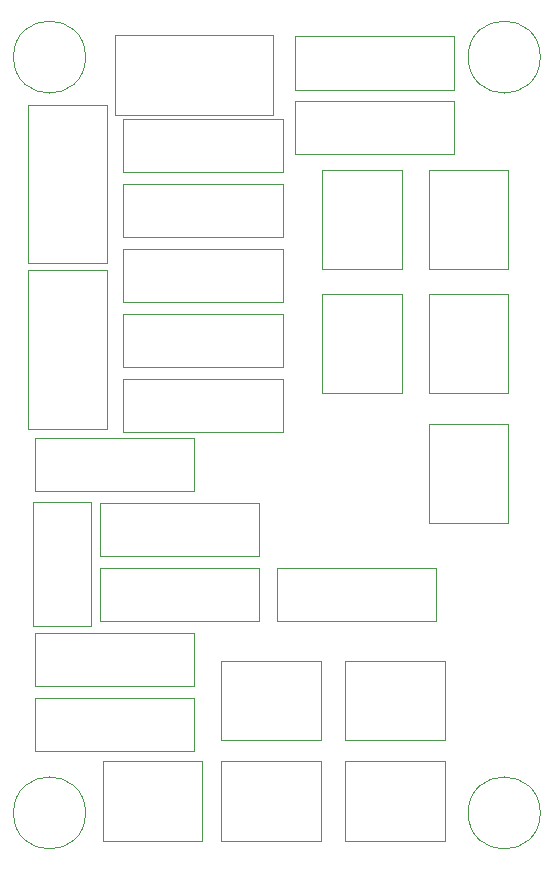
<source format=gbr>
%TF.GenerationSoftware,KiCad,Pcbnew,(6.0.7)*%
%TF.CreationDate,2022-08-05T13:32:27+01:00*%
%TF.ProjectId,ir_sensor,69725f73-656e-4736-9f72-2e6b69636164,rev?*%
%TF.SameCoordinates,Original*%
%TF.FileFunction,Other,User*%
%FSLAX46Y46*%
G04 Gerber Fmt 4.6, Leading zero omitted, Abs format (unit mm)*
G04 Created by KiCad (PCBNEW (6.0.7)) date 2022-08-05 13:32:27*
%MOMM*%
%LPD*%
G01*
G04 APERTURE LIST*
%ADD10C,0.050000*%
G04 APERTURE END LIST*
D10*
%TO.C,Q1*%
X84100000Y-77210000D02*
X89010000Y-77210000D01*
X89010000Y-77210000D02*
X89010000Y-66710000D01*
X89010000Y-66710000D02*
X84100000Y-66710000D01*
X84100000Y-66710000D02*
X84100000Y-77210000D01*
%TO.C,REF\u002A\u002A*%
X127050000Y-29000000D02*
G75*
G03*
X127050000Y-29000000I-3050000J0D01*
G01*
X88550000Y-93000000D02*
G75*
G03*
X88550000Y-93000000I-3050000J0D01*
G01*
X127050000Y-93000000D02*
G75*
G03*
X127050000Y-93000000I-3050000J0D01*
G01*
X88550000Y-29000000D02*
G75*
G03*
X88550000Y-29000000I-3050000J0D01*
G01*
%TO.C,R13*%
X105250000Y-55250000D02*
X105250000Y-50750000D01*
X105250000Y-50750000D02*
X91750000Y-50750000D01*
X91750000Y-50750000D02*
X91750000Y-55250000D01*
X91750000Y-55250000D02*
X105250000Y-55250000D01*
%TO.C,R12*%
X105250000Y-60750000D02*
X105250000Y-56250000D01*
X105250000Y-56250000D02*
X91750000Y-56250000D01*
X91750000Y-56250000D02*
X91750000Y-60750000D01*
X91750000Y-60750000D02*
X105250000Y-60750000D01*
%TO.C,R11*%
X105250000Y-44250000D02*
X105250000Y-39750000D01*
X105250000Y-39750000D02*
X91750000Y-39750000D01*
X91750000Y-39750000D02*
X91750000Y-44250000D01*
X91750000Y-44250000D02*
X105250000Y-44250000D01*
%TO.C,R10*%
X105250000Y-49750000D02*
X105250000Y-45250000D01*
X105250000Y-45250000D02*
X91750000Y-45250000D01*
X91750000Y-45250000D02*
X91750000Y-49750000D01*
X91750000Y-49750000D02*
X105250000Y-49750000D01*
%TO.C,R9*%
X106250000Y-32750000D02*
X106250000Y-37250000D01*
X106250000Y-37250000D02*
X119750000Y-37250000D01*
X119750000Y-37250000D02*
X119750000Y-32750000D01*
X119750000Y-32750000D02*
X106250000Y-32750000D01*
%TO.C,R8*%
X106250000Y-27250000D02*
X106250000Y-31750000D01*
X106250000Y-31750000D02*
X119750000Y-31750000D01*
X119750000Y-31750000D02*
X119750000Y-27250000D01*
X119750000Y-27250000D02*
X106250000Y-27250000D01*
%TO.C,R7*%
X118250000Y-72250000D02*
X104750000Y-72250000D01*
X118250000Y-76750000D02*
X118250000Y-72250000D01*
X104750000Y-76750000D02*
X118250000Y-76750000D01*
X104750000Y-72250000D02*
X104750000Y-76750000D01*
%TO.C,R6*%
X97750000Y-83250000D02*
X84250000Y-83250000D01*
X97750000Y-87750000D02*
X97750000Y-83250000D01*
X84250000Y-87750000D02*
X97750000Y-87750000D01*
X84250000Y-83250000D02*
X84250000Y-87750000D01*
%TO.C,R5*%
X103250000Y-72250000D02*
X89750000Y-72250000D01*
X103250000Y-76750000D02*
X103250000Y-72250000D01*
X89750000Y-76750000D02*
X103250000Y-76750000D01*
X89750000Y-72250000D02*
X89750000Y-76750000D01*
%TO.C,R4*%
X97750000Y-65750000D02*
X97750000Y-61250000D01*
X97750000Y-61250000D02*
X84250000Y-61250000D01*
X84250000Y-61250000D02*
X84250000Y-65750000D01*
X84250000Y-65750000D02*
X97750000Y-65750000D01*
%TO.C,R3*%
X97750000Y-77750000D02*
X84250000Y-77750000D01*
X97750000Y-82250000D02*
X97750000Y-77750000D01*
X84250000Y-82250000D02*
X97750000Y-82250000D01*
X84250000Y-77750000D02*
X84250000Y-82250000D01*
%TO.C,J13*%
X115350000Y-49050000D02*
X108600000Y-49050000D01*
X108600000Y-49050000D02*
X108600000Y-57450000D01*
X108600000Y-57450000D02*
X115350000Y-57450000D01*
X115350000Y-57450000D02*
X115350000Y-49050000D01*
%TO.C,J12*%
X124350000Y-60050000D02*
X117600000Y-60050000D01*
X117600000Y-60050000D02*
X117600000Y-68450000D01*
X117600000Y-68450000D02*
X124350000Y-68450000D01*
X124350000Y-68450000D02*
X124350000Y-60050000D01*
%TO.C,J11*%
X124350000Y-38550000D02*
X117600000Y-38550000D01*
X117600000Y-38550000D02*
X117600000Y-46950000D01*
X117600000Y-46950000D02*
X124350000Y-46950000D01*
X124350000Y-46950000D02*
X124350000Y-38550000D01*
%TO.C,J10*%
X124350000Y-49050000D02*
X117600000Y-49050000D01*
X117600000Y-49050000D02*
X117600000Y-57450000D01*
X117600000Y-57450000D02*
X124350000Y-57450000D01*
X124350000Y-57450000D02*
X124350000Y-49050000D01*
%TO.C,J9*%
X115350000Y-38550000D02*
X108600000Y-38550000D01*
X108600000Y-38550000D02*
X108600000Y-46950000D01*
X108600000Y-46950000D02*
X115350000Y-46950000D01*
X115350000Y-46950000D02*
X115350000Y-38550000D01*
%TO.C,J8*%
X118950000Y-86850000D02*
X118950000Y-80100000D01*
X118950000Y-80100000D02*
X110550000Y-80100000D01*
X110550000Y-80100000D02*
X110550000Y-86850000D01*
X110550000Y-86850000D02*
X118950000Y-86850000D01*
%TO.C,J7*%
X108450000Y-95350000D02*
X108450000Y-88600000D01*
X108450000Y-88600000D02*
X100050000Y-88600000D01*
X100050000Y-88600000D02*
X100050000Y-95350000D01*
X100050000Y-95350000D02*
X108450000Y-95350000D01*
%TO.C,J6*%
X118950000Y-95350000D02*
X118950000Y-88600000D01*
X118950000Y-88600000D02*
X110550000Y-88600000D01*
X110550000Y-88600000D02*
X110550000Y-95350000D01*
X110550000Y-95350000D02*
X118950000Y-95350000D01*
%TO.C,J5*%
X98450000Y-95350000D02*
X98450000Y-88600000D01*
X98450000Y-88600000D02*
X90050000Y-88600000D01*
X90050000Y-88600000D02*
X90050000Y-95350000D01*
X90050000Y-95350000D02*
X98450000Y-95350000D01*
%TO.C,J4*%
X108450000Y-86850000D02*
X108450000Y-80100000D01*
X108450000Y-80100000D02*
X100050000Y-80100000D01*
X100050000Y-80100000D02*
X100050000Y-86850000D01*
X100050000Y-86850000D02*
X108450000Y-86850000D01*
%TO.C,J3*%
X83650000Y-60450000D02*
X90400000Y-60450000D01*
X90400000Y-60450000D02*
X90400000Y-47050000D01*
X90400000Y-47050000D02*
X83650000Y-47050000D01*
X83650000Y-47050000D02*
X83650000Y-60450000D01*
%TO.C,J2*%
X83650000Y-46450000D02*
X90400000Y-46450000D01*
X90400000Y-46450000D02*
X90400000Y-33050000D01*
X90400000Y-33050000D02*
X83650000Y-33050000D01*
X83650000Y-33050000D02*
X83650000Y-46450000D01*
%TO.C,R2*%
X91750000Y-38750000D02*
X105250000Y-38750000D01*
X91750000Y-34250000D02*
X91750000Y-38750000D01*
X105250000Y-34250000D02*
X91750000Y-34250000D01*
X105250000Y-38750000D02*
X105250000Y-34250000D01*
%TO.C,R1*%
X89750000Y-66750000D02*
X89750000Y-71250000D01*
X89750000Y-71250000D02*
X103250000Y-71250000D01*
X103250000Y-71250000D02*
X103250000Y-66750000D01*
X103250000Y-66750000D02*
X89750000Y-66750000D01*
%TO.C,J1*%
X104450000Y-27150000D02*
X91050000Y-27150000D01*
X104450000Y-33900000D02*
X104450000Y-27150000D01*
X91050000Y-33900000D02*
X104450000Y-33900000D01*
X91050000Y-27150000D02*
X91050000Y-33900000D01*
%TD*%
M02*

</source>
